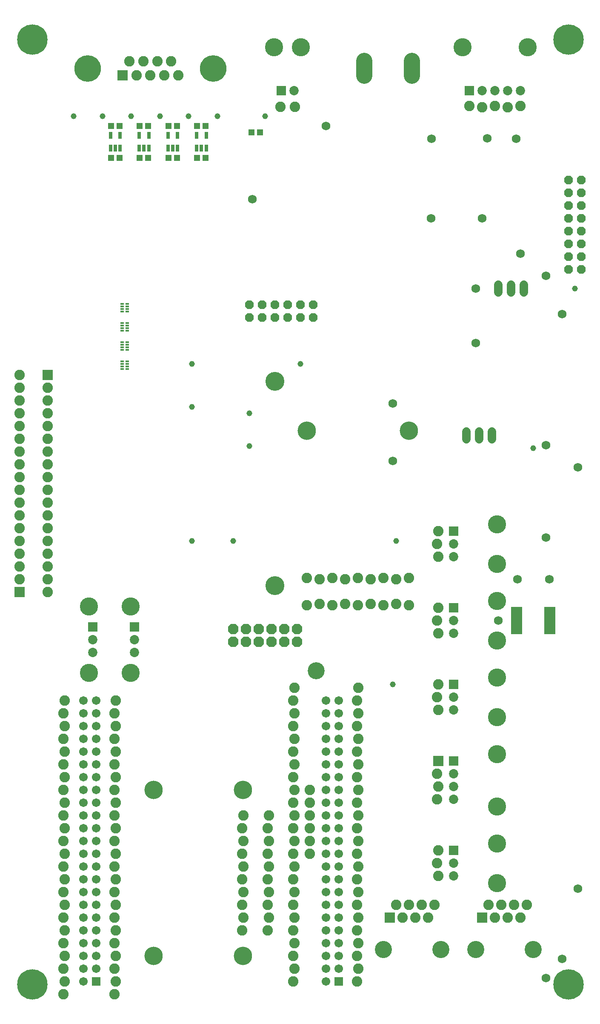
<source format=gbs>
G75*
%MOIN*%
%OFA0B0*%
%FSLAX24Y24*%
%IPPOS*%
%LPD*%
%AMOC8*
5,1,8,0,0,1.08239X$1,22.5*
%
%ADD10C,0.1330*%
%ADD11R,0.0671X0.0671*%
%ADD12C,0.0671*%
%ADD13C,0.0820*%
%ADD14C,0.1440*%
%ADD15C,0.2380*%
%ADD16R,0.0820X0.0820*%
%ADD17C,0.2080*%
%ADD18R,0.0474X0.0513*%
%ADD19R,0.0297X0.0552*%
%ADD20R,0.0730X0.0730*%
%ADD21C,0.0730*%
%ADD22C,0.1420*%
%ADD23OC8,0.0680*%
%ADD24C,0.1261*%
%ADD25C,0.1480*%
%ADD26R,0.0513X0.0474*%
%ADD27C,0.1340*%
%ADD28OC8,0.0820*%
%ADD29R,0.0277X0.0178*%
%ADD30C,0.0680*%
%ADD31R,0.0867X0.2167*%
%ADD32C,0.0680*%
%ADD33C,0.0460*%
D10*
X024495Y032301D03*
D11*
X026247Y008000D03*
X007247Y008000D03*
D12*
X007247Y009000D03*
X007247Y010000D03*
X007247Y011000D03*
X007247Y012000D03*
X007247Y013000D03*
X007247Y014000D03*
X007247Y015000D03*
X007247Y016000D03*
X007247Y017000D03*
X007247Y018000D03*
X007247Y019000D03*
X007247Y020000D03*
X007247Y021000D03*
X007247Y022000D03*
X007247Y023000D03*
X007247Y024000D03*
X007247Y025000D03*
X007247Y026000D03*
X007247Y027000D03*
X007247Y028000D03*
X007247Y029000D03*
X007247Y030000D03*
X006247Y030000D03*
X006247Y029000D03*
X006247Y028000D03*
X006247Y027000D03*
X006247Y026000D03*
X006247Y025000D03*
X006247Y024000D03*
X006247Y023000D03*
X006247Y022000D03*
X006247Y021000D03*
X006247Y020000D03*
X006247Y019000D03*
X006247Y018000D03*
X006247Y017000D03*
X006247Y016000D03*
X006247Y015000D03*
X006247Y014000D03*
X006247Y013000D03*
X006247Y012000D03*
X006247Y011000D03*
X006247Y010000D03*
X006247Y009000D03*
X006247Y008000D03*
X025247Y008000D03*
X025247Y009000D03*
X025247Y010000D03*
X025247Y011000D03*
X025247Y012000D03*
X026247Y012000D03*
X026247Y011000D03*
X026247Y010000D03*
X026247Y009000D03*
X026247Y013000D03*
X026247Y014000D03*
X026247Y015000D03*
X026247Y016000D03*
X026247Y017000D03*
X026247Y018000D03*
X026247Y019000D03*
X026247Y020000D03*
X026247Y021000D03*
X026247Y022000D03*
X026247Y023000D03*
X026247Y024000D03*
X026247Y025000D03*
X026247Y026000D03*
X026247Y027000D03*
X026247Y028000D03*
X026247Y029000D03*
X026247Y030000D03*
X025247Y030000D03*
X025247Y029000D03*
X025247Y028000D03*
X025247Y027000D03*
X025247Y026000D03*
X025247Y025000D03*
X025247Y024000D03*
X025247Y023000D03*
X025247Y022000D03*
X025247Y021000D03*
X025247Y020000D03*
X025247Y019000D03*
X025247Y018000D03*
X025247Y017000D03*
X025247Y016000D03*
X025247Y015000D03*
X025247Y014000D03*
X025247Y013000D03*
D13*
X022797Y013000D03*
X022697Y014000D03*
X022797Y015000D03*
X022697Y016000D03*
X022797Y017000D03*
X022697Y018000D03*
X022797Y019000D03*
X022697Y020000D03*
X022797Y021000D03*
X022697Y022000D03*
X022797Y023000D03*
X022697Y024000D03*
X022797Y025000D03*
X022697Y026000D03*
X022797Y027000D03*
X022697Y028000D03*
X022797Y029000D03*
X022697Y030000D03*
X022797Y031000D03*
X023747Y037450D03*
X024747Y037550D03*
X025747Y037450D03*
X026747Y037550D03*
X027747Y037450D03*
X028747Y037550D03*
X029747Y037450D03*
X030747Y037550D03*
X031747Y037450D03*
X031747Y039600D03*
X030747Y039500D03*
X029747Y039600D03*
X028747Y039500D03*
X027747Y039600D03*
X026747Y039500D03*
X025747Y039600D03*
X024747Y039500D03*
X023747Y039600D03*
X027797Y031000D03*
X027697Y030000D03*
X027797Y029000D03*
X027697Y028000D03*
X027797Y027000D03*
X027697Y026000D03*
X027797Y025000D03*
X027697Y024000D03*
X027797Y023000D03*
X027697Y022000D03*
X027797Y021000D03*
X027697Y020000D03*
X027797Y019000D03*
X027697Y018000D03*
X027797Y017000D03*
X027697Y016000D03*
X027797Y015000D03*
X027697Y014000D03*
X027797Y013000D03*
X027697Y012000D03*
X027797Y011000D03*
X027697Y010000D03*
X027797Y009000D03*
X027697Y008000D03*
X031247Y013000D03*
X031747Y014000D03*
X032247Y013000D03*
X032747Y014000D03*
X033247Y013000D03*
X033747Y014000D03*
X034047Y016250D03*
X033947Y017250D03*
X034047Y018250D03*
X033947Y022250D03*
X034047Y023250D03*
X033947Y024250D03*
X034047Y029250D03*
X033947Y030250D03*
X034047Y031250D03*
X034047Y035250D03*
X033947Y036250D03*
X034047Y037250D03*
X034047Y041250D03*
X033947Y042250D03*
X034047Y043250D03*
X023997Y023000D03*
X023997Y022000D03*
X023997Y021000D03*
X023997Y020000D03*
X023997Y019000D03*
X023997Y018000D03*
X020797Y017000D03*
X020697Y016000D03*
X020797Y015000D03*
X020697Y014000D03*
X020797Y013000D03*
X020697Y012000D03*
X018797Y013000D03*
X018697Y014000D03*
X018797Y015000D03*
X018697Y016000D03*
X018797Y017000D03*
X018697Y018000D03*
X018797Y019000D03*
X018697Y020000D03*
X018797Y021000D03*
X020697Y020000D03*
X020797Y019000D03*
X020697Y018000D03*
X020797Y021000D03*
X022697Y012000D03*
X022797Y011000D03*
X022697Y010000D03*
X022797Y009000D03*
X022697Y008000D03*
X018697Y012000D03*
X008797Y012000D03*
X008697Y011000D03*
X008797Y010000D03*
X008697Y009000D03*
X008797Y008000D03*
X008697Y007000D03*
X008697Y013000D03*
X008797Y014000D03*
X008697Y015000D03*
X008797Y016000D03*
X008697Y017000D03*
X008797Y018000D03*
X008697Y019000D03*
X008797Y020000D03*
X008697Y021000D03*
X008797Y022000D03*
X008697Y023000D03*
X008797Y024000D03*
X008697Y025000D03*
X008797Y026000D03*
X008697Y027000D03*
X008797Y028000D03*
X008697Y029000D03*
X008797Y030000D03*
X004797Y030000D03*
X004697Y029000D03*
X004797Y028000D03*
X004697Y027000D03*
X004797Y026000D03*
X004697Y025000D03*
X004797Y024000D03*
X004697Y023000D03*
X004797Y022000D03*
X004697Y021000D03*
X004797Y020000D03*
X004697Y019000D03*
X004797Y018000D03*
X004697Y017000D03*
X004797Y016000D03*
X004697Y015000D03*
X004797Y014000D03*
X004697Y013000D03*
X004797Y012000D03*
X004697Y011000D03*
X004797Y010000D03*
X004697Y009000D03*
X004797Y008000D03*
X004697Y007000D03*
X003447Y038500D03*
X003447Y039500D03*
X003447Y040500D03*
X003447Y041500D03*
X003447Y042500D03*
X003447Y043500D03*
X003447Y044500D03*
X003447Y045500D03*
X003447Y046500D03*
X003447Y047500D03*
X003447Y048500D03*
X003447Y049500D03*
X003447Y050500D03*
X003447Y051500D03*
X003447Y052500D03*
X003447Y053500D03*
X003447Y054500D03*
X001247Y054500D03*
X001247Y053500D03*
X001247Y052500D03*
X001247Y051500D03*
X001247Y050500D03*
X001247Y049500D03*
X001247Y048500D03*
X001247Y047500D03*
X001247Y046500D03*
X001247Y045500D03*
X001247Y044500D03*
X001247Y043500D03*
X001247Y042500D03*
X001247Y041500D03*
X001247Y040500D03*
X001247Y039500D03*
X001247Y055500D03*
X010406Y078941D03*
X011497Y078941D03*
X012587Y078941D03*
X013131Y080059D03*
X012040Y080059D03*
X010953Y080059D03*
X009863Y080059D03*
X013678Y078941D03*
X021677Y076500D03*
X022817Y076500D03*
X036497Y076550D03*
X037497Y076450D03*
X038497Y076550D03*
X039497Y076450D03*
X040497Y076550D03*
X040997Y014000D03*
X040497Y013000D03*
X039997Y014000D03*
X039497Y013000D03*
X038997Y014000D03*
X038497Y013000D03*
X037997Y014000D03*
X030747Y014000D03*
D14*
X018747Y010000D03*
X011747Y010000D03*
X011747Y023000D03*
X018747Y023000D03*
X023747Y051110D03*
X031747Y051110D03*
D15*
X002247Y007750D03*
X044247Y007750D03*
X044247Y081750D03*
X002247Y081750D03*
D16*
X009316Y078941D03*
X003447Y055500D03*
X001247Y038500D03*
X030247Y013000D03*
X034047Y025250D03*
X037497Y013000D03*
D17*
X016418Y079500D03*
X006575Y079500D03*
D18*
X008412Y072500D03*
X009081Y072500D03*
X010662Y072500D03*
X011331Y072500D03*
X012912Y072500D03*
X013581Y072500D03*
X015162Y072500D03*
X015831Y072500D03*
D19*
X015871Y073238D03*
X015497Y073238D03*
X015123Y073238D03*
X015123Y074262D03*
X015871Y074262D03*
X013621Y074262D03*
X012873Y074262D03*
X012873Y073238D03*
X013247Y073238D03*
X013621Y073238D03*
X011371Y073238D03*
X010997Y073238D03*
X010623Y073238D03*
X010623Y074262D03*
X011371Y074262D03*
X009121Y074262D03*
X009121Y073238D03*
X008747Y073238D03*
X008373Y073238D03*
X008373Y074262D03*
D20*
X021747Y077750D03*
X036497Y077750D03*
X035247Y043250D03*
X035247Y037250D03*
X035247Y031250D03*
X035247Y025250D03*
X035247Y018250D03*
X010247Y035750D03*
X006997Y035750D03*
D21*
X006997Y034750D03*
X006997Y033750D03*
X010247Y033750D03*
X010247Y034750D03*
X035247Y035250D03*
X035247Y036250D03*
X035247Y041250D03*
X035247Y042250D03*
X035247Y030250D03*
X035247Y029250D03*
X035247Y024250D03*
X035247Y023250D03*
X035247Y022250D03*
X035247Y017250D03*
X035247Y016250D03*
X037497Y077750D03*
X038497Y077750D03*
X039497Y077750D03*
X040497Y077750D03*
X022747Y077750D03*
D22*
X023297Y081150D03*
X021197Y081150D03*
X035947Y081150D03*
X041047Y081150D03*
X038647Y043800D03*
X038647Y040700D03*
X038647Y037800D03*
X038647Y034700D03*
X038647Y031800D03*
X038647Y028700D03*
X038647Y025800D03*
X038647Y021700D03*
X038647Y018800D03*
X038647Y015700D03*
X009947Y032150D03*
X006697Y032150D03*
X006697Y037350D03*
X009947Y037350D03*
D23*
X019247Y060000D03*
X020247Y060000D03*
X021247Y060000D03*
X022247Y060000D03*
X023247Y060000D03*
X024247Y060000D03*
X024247Y061000D03*
X023247Y061000D03*
X022247Y061000D03*
X021247Y061000D03*
X020247Y061000D03*
X019247Y061000D03*
X044247Y063750D03*
X044247Y064750D03*
X044247Y065750D03*
X044247Y066750D03*
X044247Y067750D03*
X045247Y067750D03*
X045247Y066750D03*
X045247Y065750D03*
X045247Y064750D03*
X045247Y063750D03*
X045247Y068750D03*
X045247Y069750D03*
X045247Y070750D03*
X044247Y070750D03*
X044247Y069750D03*
X044247Y068750D03*
D24*
X031997Y078909D02*
X031997Y080091D01*
X028247Y080091D02*
X028247Y078909D01*
D25*
X021247Y055000D03*
X021247Y039000D03*
D26*
X020081Y074500D03*
X019412Y074500D03*
X015831Y075000D03*
X015162Y075000D03*
X013581Y075000D03*
X012912Y075000D03*
X011331Y075000D03*
X010662Y075000D03*
X009081Y075000D03*
X008412Y075000D03*
D27*
X029747Y010500D03*
X034247Y010500D03*
X036997Y010500D03*
X041497Y010500D03*
D28*
X022997Y034600D03*
X022997Y035600D03*
X021997Y035600D03*
X021997Y034600D03*
X020997Y034600D03*
X020997Y035600D03*
X019997Y035600D03*
X019997Y034600D03*
X018997Y034600D03*
X018997Y035600D03*
X017997Y035600D03*
X017997Y034600D03*
D29*
X009694Y055955D03*
X009694Y056152D03*
X009694Y056348D03*
X009694Y056545D03*
X009300Y056545D03*
X009300Y056348D03*
X009300Y056152D03*
X009300Y055955D03*
X009300Y057455D03*
X009300Y057652D03*
X009300Y057848D03*
X009300Y058045D03*
X009694Y058045D03*
X009694Y057848D03*
X009694Y057652D03*
X009694Y057455D03*
X009694Y058955D03*
X009694Y059152D03*
X009694Y059348D03*
X009694Y059545D03*
X009300Y059545D03*
X009300Y059348D03*
X009300Y059152D03*
X009300Y058955D03*
X009300Y060455D03*
X009300Y060652D03*
X009300Y060848D03*
X009300Y061045D03*
X009694Y061045D03*
X009694Y060848D03*
X009694Y060652D03*
X009694Y060455D03*
D30*
X036247Y051050D02*
X036247Y050450D01*
X037247Y050450D02*
X037247Y051050D01*
X038247Y051050D02*
X038247Y050450D01*
X038747Y061950D02*
X038747Y062550D01*
X039747Y062550D02*
X039747Y061950D01*
X040747Y061950D02*
X040747Y062550D01*
D31*
X040197Y036250D03*
X042796Y036250D03*
D32*
X042747Y039500D03*
X042497Y042750D03*
X040247Y039500D03*
X038747Y036250D03*
X044997Y048250D03*
X042497Y050000D03*
X036997Y058000D03*
X036997Y062250D03*
X037497Y067750D03*
X040497Y065000D03*
X042497Y063250D03*
X043747Y060250D03*
X040147Y074000D03*
X037897Y074022D03*
X033518Y074000D03*
X033497Y067750D03*
X030497Y053250D03*
X030497Y048750D03*
X019497Y069250D03*
X025247Y075000D03*
X044997Y015250D03*
X043747Y009750D03*
X042497Y008250D03*
D33*
X030497Y031250D03*
X030747Y042500D03*
X023247Y056350D03*
X019247Y052500D03*
X019247Y049915D03*
X014747Y053000D03*
X014747Y056350D03*
X014747Y042500D03*
X017997Y042500D03*
X016747Y075750D03*
X014497Y075750D03*
X012247Y075750D03*
X009997Y075750D03*
X007747Y075750D03*
X005497Y075750D03*
X020497Y075750D03*
X041497Y049750D03*
X044747Y062250D03*
M02*

</source>
